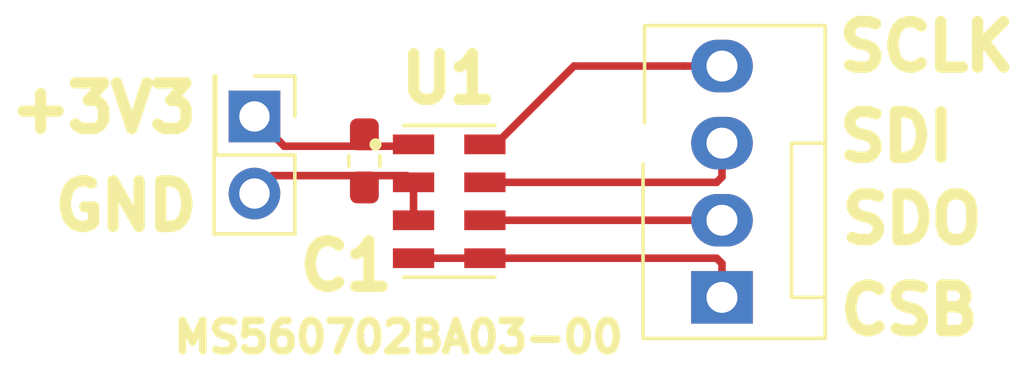
<source format=kicad_pcb>
(kicad_pcb (version 20171130) (host pcbnew 5.0.1-33cea8e~68~ubuntu18.04.1)

  (general
    (thickness 1.6)
    (drawings 6)
    (tracks 21)
    (zones 0)
    (modules 4)
    (nets 7)
  )

  (page A4)
  (layers
    (0 F.Cu signal)
    (1 In1.Cu power)
    (2 In2.Cu power)
    (31 B.Cu signal)
    (32 B.Adhes user)
    (33 F.Adhes user)
    (34 B.Paste user)
    (35 F.Paste user)
    (36 B.SilkS user)
    (37 F.SilkS user)
    (38 B.Mask user)
    (39 F.Mask user)
    (40 Dwgs.User user)
    (41 Cmts.User user)
    (42 Eco1.User user)
    (43 Eco2.User user)
    (44 Edge.Cuts user)
    (45 Margin user)
    (46 B.CrtYd user)
    (47 F.CrtYd user)
    (48 B.Fab user)
    (49 F.Fab user)
  )

  (setup
    (last_trace_width 0.25)
    (trace_clearance 0.2)
    (zone_clearance 0.508)
    (zone_45_only no)
    (trace_min 0.2)
    (segment_width 0.2)
    (edge_width 0.1)
    (via_size 0.8)
    (via_drill 0.4)
    (via_min_size 0.4)
    (via_min_drill 0.3)
    (uvia_size 0.3)
    (uvia_drill 0.1)
    (uvias_allowed no)
    (uvia_min_size 0.2)
    (uvia_min_drill 0.1)
    (pcb_text_width 0.3)
    (pcb_text_size 1.5 1.5)
    (mod_edge_width 0.15)
    (mod_text_size 1 1)
    (mod_text_width 0.15)
    (pad_size 1.5 1.5)
    (pad_drill 0.6)
    (pad_to_mask_clearance 0)
    (solder_mask_min_width 0.25)
    (aux_axis_origin 0 0)
    (visible_elements 7FFFFFFF)
    (pcbplotparams
      (layerselection 0x010fc_ffffffff)
      (usegerberextensions false)
      (usegerberattributes false)
      (usegerberadvancedattributes false)
      (creategerberjobfile false)
      (excludeedgelayer true)
      (linewidth 0.100000)
      (plotframeref false)
      (viasonmask false)
      (mode 1)
      (useauxorigin false)
      (hpglpennumber 1)
      (hpglpenspeed 20)
      (hpglpendiameter 15.000000)
      (psnegative false)
      (psa4output false)
      (plotreference true)
      (plotvalue true)
      (plotinvisibletext false)
      (padsonsilk false)
      (subtractmaskfromsilk false)
      (outputformat 1)
      (mirror false)
      (drillshape 1)
      (scaleselection 1)
      (outputdirectory ""))
  )

  (net 0 "")
  (net 1 +3V3)
  (net 2 GND)
  (net 3 /CSB)
  (net 4 /SDO)
  (net 5 /SDI)
  (net 6 /SCLK)

  (net_class Default "This is the default net class."
    (clearance 0.2)
    (trace_width 0.25)
    (via_dia 0.8)
    (via_drill 0.4)
    (uvia_dia 0.3)
    (uvia_drill 0.1)
    (add_net +3V3)
    (add_net /CSB)
    (add_net /SCLK)
    (add_net /SDI)
    (add_net /SDO)
    (add_net GND)
  )

  (module Capacitor_SMD:C_0603_1608Metric_Pad1.05x0.95mm_HandSolder (layer F.Cu) (tedit 5BD68669) (tstamp 5BC6E4DE)
    (at 124.11 102.185 270)
    (descr "Capacitor SMD 0603 (1608 Metric), square (rectangular) end terminal, IPC_7351 nominal with elongated pad for handsoldering. (Body size source: http://www.tortai-tech.com/upload/download/2011102023233369053.pdf), generated with kicad-footprint-generator")
    (tags "capacitor handsolder")
    (path /5BB5E0FC)
    (attr smd)
    (fp_text reference C1 (at 3.455 0.6) (layer F.SilkS)
      (effects (font (size 1.5 1.5) (thickness 0.375)))
    )
    (fp_text value "" (at -6.285 -0.02 270) (layer F.Fab) hide
      (effects (font (size 1 1) (thickness 0.15)))
    )
    (fp_text user %R (at 0 0 270) (layer F.Fab)
      (effects (font (size 0.4 0.4) (thickness 0.06)))
    )
    (fp_line (start 1.65 0.73) (end -1.65 0.73) (layer F.CrtYd) (width 0.05))
    (fp_line (start 1.65 -0.73) (end 1.65 0.73) (layer F.CrtYd) (width 0.05))
    (fp_line (start -1.65 -0.73) (end 1.65 -0.73) (layer F.CrtYd) (width 0.05))
    (fp_line (start -1.65 0.73) (end -1.65 -0.73) (layer F.CrtYd) (width 0.05))
    (fp_line (start -0.171267 0.51) (end 0.171267 0.51) (layer F.SilkS) (width 0.12))
    (fp_line (start -0.171267 -0.51) (end 0.171267 -0.51) (layer F.SilkS) (width 0.12))
    (fp_line (start 0.8 0.4) (end -0.8 0.4) (layer F.Fab) (width 0.1))
    (fp_line (start 0.8 -0.4) (end 0.8 0.4) (layer F.Fab) (width 0.1))
    (fp_line (start -0.8 -0.4) (end 0.8 -0.4) (layer F.Fab) (width 0.1))
    (fp_line (start -0.8 0.4) (end -0.8 -0.4) (layer F.Fab) (width 0.1))
    (pad 2 smd roundrect (at 0.875 0 270) (size 1.05 0.95) (layers F.Cu F.Paste F.Mask) (roundrect_rratio 0.25)
      (net 2 GND))
    (pad 1 smd roundrect (at -0.875 0 270) (size 1.05 0.95) (layers F.Cu F.Paste F.Mask) (roundrect_rratio 0.25)
      (net 1 +3V3))
    (model ${KISYS3DMOD}/Capacitor_SMD.3dshapes/C_0603_1608Metric.wrl
      (at (xyz 0 0 0))
      (scale (xyz 1 1 1))
      (rotate (xyz 0 0 0))
    )
  )

  (module Connector:FanPinHeader_1x04_P2.54mm_Vertical (layer F.Cu) (tedit 5BC80010) (tstamp 5BC6E1E0)
    (at 135.89 106.68 90)
    (descr "4-pin CPU fan Through hole pin header, e.g. for Wieson part number 2366C888-007 Molex 47053-1000, Foxconn HF27040-M1, Tyco 1470947-1 or equivalent, see http://www.formfactors.org/developer%5Cspecs%5Crev1_2_public.pdf")
    (tags "pin header 4-pin CPU fan")
    (path /5BB59CF9)
    (fp_text reference "" (at 5.91 2.06) (layer F.SilkS) hide
      (effects (font (size 1 1) (thickness 0.15)))
    )
    (fp_text value "" (at 3.83 4.21 90) (layer F.Fab) hide
      (effects (font (size 0.5 0.5) (thickness 0.125)))
    )
    (fp_text user %R (at 8.89 -3.81 180) (layer F.Fab)
      (effects (font (size 1 1) (thickness 0.15)))
    )
    (fp_line (start -1.35 -2.6) (end 4.4 -2.6) (layer F.SilkS) (width 0.12))
    (fp_line (start 5.75 -2.55) (end 8.95 -2.55) (layer F.SilkS) (width 0.12))
    (fp_line (start 8.95 -2.55) (end 8.95 3.4) (layer F.SilkS) (width 0.12))
    (fp_line (start 8.95 3.4) (end -1.35 3.4) (layer F.SilkS) (width 0.12))
    (fp_line (start -1.35 3.4) (end -1.35 -2.6) (layer F.SilkS) (width 0.12))
    (fp_line (start 5.1 3.3) (end 5.1 2.3) (layer F.Fab) (width 0.1))
    (fp_line (start 5.1 2.3) (end 0 2.3) (layer F.Fab) (width 0.1))
    (fp_line (start 0 2.3) (end 0 3.3) (layer F.Fab) (width 0.1))
    (fp_line (start 5.75 -2.5) (end 8.85 -2.5) (layer F.Fab) (width 0.1))
    (fp_line (start 8.85 -2.5) (end 8.85 3.3) (layer F.Fab) (width 0.1))
    (fp_line (start 8.85 3.3) (end -1.2 3.3) (layer F.Fab) (width 0.1))
    (fp_line (start -1.2 3.3) (end -1.25 3.3) (layer F.Fab) (width 0.1))
    (fp_line (start -1.25 3.3) (end -1.25 -2.5) (layer F.Fab) (width 0.1))
    (fp_line (start -1.25 -2.5) (end 4.4 -2.5) (layer F.Fab) (width 0.1))
    (fp_line (start 0 3.3) (end 0 2.29) (layer F.SilkS) (width 0.12))
    (fp_line (start 0 2.29) (end 5.08 2.29) (layer F.SilkS) (width 0.12))
    (fp_line (start 5.08 2.29) (end 5.08 3.3) (layer F.SilkS) (width 0.12))
    (fp_line (start -1.75 3.8) (end -1.75 -3.2) (layer F.CrtYd) (width 0.05))
    (fp_line (start -1.75 3.8) (end 9.35 3.8) (layer F.CrtYd) (width 0.05))
    (fp_line (start 9.35 -3.2) (end -1.75 -3.2) (layer F.CrtYd) (width 0.05))
    (fp_line (start 9.35 -3.2) (end 9.35 3.8) (layer F.CrtYd) (width 0.05))
    (pad 1 thru_hole rect (at 0 0 180) (size 2.03 1.73) (drill 1.02) (layers *.Cu *.Mask)
      (net 3 /CSB))
    (pad 2 thru_hole oval (at 2.54 0 180) (size 2.03 1.73) (drill 1.02) (layers *.Cu *.Mask)
      (net 4 /SDO))
    (pad 3 thru_hole oval (at 5.08 0 180) (size 2.03 1.73) (drill 1.02) (layers *.Cu *.Mask)
      (net 5 /SDI))
    (pad 4 thru_hole oval (at 7.62 0 180) (size 2.03 1.73) (drill 1.02) (layers *.Cu *.Mask)
      (net 6 /SCLK))
    (pad "" np_thru_hole circle (at 5.08 -2.16 180) (size 1.1 1.1) (drill 1.1) (layers *.Cu *.Mask))
    (model ${KISYS3DMOD}/Connector.3dshapes/FanPinHeader_1x04_P2.54mm_Vertical.wrl
      (at (xyz 0 0 0))
      (scale (xyz 1 1 1))
      (rotate (xyz 0 0 0))
    )
  )

  (module MS560702BA03-00:SON125P500X300X100-8N (layer F.Cu) (tedit 5BD68654) (tstamp 5BC6E061)
    (at 126.905 103.515)
    (path /5BB59AA0)
    (attr smd)
    (fp_text reference U1 (at -0.025 -4.035) (layer F.SilkS)
      (effects (font (size 1.5 1.5) (thickness 0.375)))
    )
    (fp_text value MS560702BA03-00 (at -1.665 4.475) (layer F.SilkS)
      (effects (font (size 1 1) (thickness 0.25)))
    )
    (fp_line (start -1.5 -2.5) (end -1.5 2.5) (layer Dwgs.User) (width 0.127))
    (fp_line (start -1.5 2.5) (end 1.5 2.5) (layer Dwgs.User) (width 0.127))
    (fp_line (start 1.5 2.5) (end 1.5 -2.5) (layer Dwgs.User) (width 0.127))
    (fp_line (start 1.5 -2.5) (end -1.5 -2.5) (layer Dwgs.User) (width 0.127))
    (fp_line (start -1.5 -2.5) (end 1.5 -2.5) (layer F.SilkS) (width 0.127))
    (fp_line (start -1.5 2.5) (end 1.5 2.5) (layer F.SilkS) (width 0.127))
    (fp_line (start -2.11 -2.75) (end -2.11 2.75) (layer Eco1.User) (width 0.05))
    (fp_line (start -2.11 2.75) (end 2.11 2.75) (layer Eco1.User) (width 0.05))
    (fp_line (start 2.11 2.75) (end 2.11 -2.75) (layer Eco1.User) (width 0.05))
    (fp_line (start 2.11 -2.75) (end -2.11 -2.75) (layer Eco1.User) (width 0.05))
    (fp_circle (center -2.427 -1.873) (end -2.327 -1.873) (layer F.SilkS) (width 0.2))
    (fp_poly (pts (xy -1.87796 -1.4375) (xy 1.875 -1.4375) (xy 1.875 -1.06418) (xy -1.87796 -1.06418)) (layer Dwgs.User) (width 0))
    (fp_poly (pts (xy -1.87762 -1.4375) (xy 1.875 -1.4375) (xy 1.875 -1.06398) (xy -1.87762 -1.06398)) (layer Dwgs.User) (width 0))
    (fp_poly (pts (xy -1.88126 -0.1875) (xy 1.875 -0.1875) (xy 1.875 0.188126) (xy -1.88126 0.188126)) (layer Dwgs.User) (width 0))
    (fp_poly (pts (xy -1.87822 -0.1875) (xy 1.875 -0.1875) (xy 1.875 0.187822) (xy -1.87822 0.187822)) (layer Dwgs.User) (width 0))
    (fp_poly (pts (xy -1.8797 1.0625) (xy 1.875 1.0625) (xy 1.875 1.4411) (xy -1.8797 1.4411)) (layer Dwgs.User) (width 0))
    (fp_poly (pts (xy -1.88007 1.0625) (xy 1.875 1.0625) (xy 1.875 1.44139) (xy -1.88007 1.44139)) (layer Dwgs.User) (width 0))
    (fp_poly (pts (xy -0.376184 -1.905) (xy 0.381 -1.905) (xy 0.381 1.93961) (xy -0.376184 1.93961)) (layer Dwgs.User) (width 0))
    (fp_poly (pts (xy -0.375701 -1.905) (xy 0.381 -1.905) (xy 0.381 1.93712) (xy -0.375701 1.93712)) (layer Dwgs.User) (width 0))
    (pad 1 smd rect (at -1.175 -1.875) (size 1.36 0.65) (layers F.Cu F.Paste F.Mask)
      (net 1 +3V3))
    (pad 8 smd rect (at 1.175 -1.875) (size 1.36 0.65) (layers F.Cu F.Paste F.Mask)
      (net 6 /SCLK))
    (pad 2 smd rect (at -1.175 -0.625) (size 1.36 0.65) (layers F.Cu F.Paste F.Mask)
      (net 2 GND))
    (pad 3 smd rect (at -1.175 0.625) (size 1.36 0.65) (layers F.Cu F.Paste F.Mask)
      (net 2 GND))
    (pad 4 smd rect (at -1.175 1.875) (size 1.36 0.65) (layers F.Cu F.Paste F.Mask)
      (net 3 /CSB))
    (pad 5 smd rect (at 1.175 1.875) (size 1.36 0.65) (layers F.Cu F.Paste F.Mask)
      (net 3 /CSB))
    (pad 6 smd rect (at 1.175 0.625) (size 1.36 0.65) (layers F.Cu F.Paste F.Mask)
      (net 4 /SDO))
    (pad 7 smd rect (at 1.175 -0.625) (size 1.36 0.65) (layers F.Cu F.Paste F.Mask)
      (net 5 /SDI))
  )

  (module Connector_PinHeader_2.54mm:PinHeader_2x01_P2.54mm_Vertical (layer F.Cu) (tedit 5BC8008D) (tstamp 5BC70BA6)
    (at 120.49 100.72 270)
    (descr "Through hole straight pin header, 2x01, 2.54mm pitch, double rows")
    (tags "Through hole pin header THT 2x01 2.54mm double row")
    (path /5BBAC4EB)
    (fp_text reference "" (at -2.6 -1.89) (layer F.SilkS) hide
      (effects (font (size 1 1) (thickness 0.15)))
    )
    (fp_text value "" (at 1.25 2.57 270) (layer F.Fab)
      (effects (font (size 1 1) (thickness 0.15)))
    )
    (fp_line (start 0 -1.27) (end 3.81 -1.27) (layer F.Fab) (width 0.1))
    (fp_line (start 3.81 -1.27) (end 3.81 1.27) (layer F.Fab) (width 0.1))
    (fp_line (start 3.81 1.27) (end -1.27 1.27) (layer F.Fab) (width 0.1))
    (fp_line (start -1.27 1.27) (end -1.27 0) (layer F.Fab) (width 0.1))
    (fp_line (start -1.27 0) (end 0 -1.27) (layer F.Fab) (width 0.1))
    (fp_line (start -1.33 1.33) (end 3.87 1.33) (layer F.SilkS) (width 0.12))
    (fp_line (start -1.33 1.27) (end -1.33 1.33) (layer F.SilkS) (width 0.12))
    (fp_line (start 3.87 -1.33) (end 3.87 1.33) (layer F.SilkS) (width 0.12))
    (fp_line (start -1.33 1.27) (end 1.27 1.27) (layer F.SilkS) (width 0.12))
    (fp_line (start 1.27 1.27) (end 1.27 -1.33) (layer F.SilkS) (width 0.12))
    (fp_line (start 1.27 -1.33) (end 3.87 -1.33) (layer F.SilkS) (width 0.12))
    (fp_line (start -1.33 0) (end -1.33 -1.33) (layer F.SilkS) (width 0.12))
    (fp_line (start -1.33 -1.33) (end 0 -1.33) (layer F.SilkS) (width 0.12))
    (fp_line (start -1.8 -1.8) (end -1.8 1.8) (layer F.CrtYd) (width 0.05))
    (fp_line (start -1.8 1.8) (end 4.35 1.8) (layer F.CrtYd) (width 0.05))
    (fp_line (start 4.35 1.8) (end 4.35 -1.8) (layer F.CrtYd) (width 0.05))
    (fp_line (start 4.35 -1.8) (end -1.8 -1.8) (layer F.CrtYd) (width 0.05))
    (fp_text user %R (at 5.12 -1.18) (layer F.Fab)
      (effects (font (size 1 1) (thickness 0.15)))
    )
    (pad 1 thru_hole rect (at 0 0 270) (size 1.7 1.7) (drill 1) (layers *.Cu *.Mask)
      (net 1 +3V3))
    (pad 2 thru_hole oval (at 2.54 0 270) (size 1.7 1.7) (drill 1) (layers *.Cu *.Mask)
      (net 2 GND))
    (model ${KISYS3DMOD}/Connector_PinHeader_2.54mm.3dshapes/PinHeader_2x01_P2.54mm_Vertical.wrl
      (at (xyz 0 0 0))
      (scale (xyz 1 1 1))
      (rotate (xyz 0 0 0))
    )
  )

  (gr_text GND (at 116.26 103.67) (layer F.SilkS)
    (effects (font (size 1.5 1.5) (thickness 0.375)))
  )
  (gr_text +3V3 (at 115.52 100.44) (layer F.SilkS)
    (effects (font (size 1.5 1.5) (thickness 0.375)))
  )
  (gr_text CSB (at 142.06 107.1) (layer F.SilkS)
    (effects (font (size 1.5 1.5) (thickness 0.375)))
  )
  (gr_text SDO (at 142.15 104.1) (layer F.SilkS)
    (effects (font (size 1.5 1.5) (thickness 0.375)))
  )
  (gr_text SDI (at 141.64 101.39) (layer F.SilkS)
    (effects (font (size 1.5 1.5) (thickness 0.375)))
  )
  (gr_text SCLK (at 142.63 98.42) (layer F.SilkS)
    (effects (font (size 1.5 1.5) (thickness 0.375)))
  )

  (segment (start 125.67 101.7) (end 125.73 101.64) (width 0.25) (layer F.Cu) (net 1) (status 30))
  (segment (start 124.11 101.7) (end 125.67 101.7) (width 0.25) (layer F.Cu) (net 1) (status 30))
  (segment (start 121.47 101.7) (end 120.49 100.72) (width 0.25) (layer F.Cu) (net 1))
  (segment (start 124.11 101.7) (end 121.47 101.7) (width 0.25) (layer F.Cu) (net 1))
  (segment (start 125.51 102.67) (end 125.73 102.89) (width 0.25) (layer F.Cu) (net 2) (status 30))
  (segment (start 124.11 102.67) (end 125.51 102.67) (width 0.25) (layer F.Cu) (net 2) (status 30))
  (segment (start 125.73 104.14) (end 125.73 102.89) (width 0.25) (layer F.Cu) (net 2) (status 30))
  (segment (start 121.08 102.67) (end 120.49 103.26) (width 0.25) (layer F.Cu) (net 2))
  (segment (start 124.11 102.67) (end 121.08 102.67) (width 0.25) (layer F.Cu) (net 2))
  (segment (start 135.89 105.565) (end 135.89 106.68) (width 0.25) (layer F.Cu) (net 3) (tstamp 5BC6E0B6) (status 20))
  (segment (start 135.715 105.39) (end 135.89 105.565) (width 0.25) (layer F.Cu) (net 3) (tstamp 5BC6E0B3))
  (segment (start 128.08 105.39) (end 135.715 105.39) (width 0.25) (layer F.Cu) (net 3) (tstamp 5BC6E0B9) (status 10))
  (segment (start 125.73 105.39) (end 128.08 105.39) (width 0.25) (layer F.Cu) (net 3) (tstamp 5BC6E0AA) (status 30))
  (segment (start 128.08 104.14) (end 135.89 104.14) (width 0.25) (layer F.Cu) (net 4) (tstamp 5BC6E0A4) (status 30))
  (segment (start 135.89 102.715) (end 135.89 101.6) (width 0.25) (layer F.Cu) (net 5) (tstamp 5BC6E0AD) (status 20))
  (segment (start 135.715 102.89) (end 135.89 102.715) (width 0.25) (layer F.Cu) (net 5) (tstamp 5BC6E0B0))
  (segment (start 128.08 102.89) (end 135.715 102.89) (width 0.25) (layer F.Cu) (net 5) (tstamp 5BC6E0A1) (status 10))
  (segment (start 128.435 101.64) (end 131.015 99.06) (width 0.25) (layer F.Cu) (net 6) (tstamp 5BC6E0BC) (status 10))
  (segment (start 128.08 101.64) (end 128.435 101.64) (width 0.25) (layer F.Cu) (net 6) (tstamp 5BC6E09E) (status 30))
  (segment (start 131.015 99.06) (end 134.625 99.06) (width 0.25) (layer F.Cu) (net 6) (tstamp 5BC6E0BF))
  (segment (start 134.625 99.06) (end 135.89 99.06) (width 0.25) (layer F.Cu) (net 6) (tstamp 5BC6E0A7) (status 20))

)

</source>
